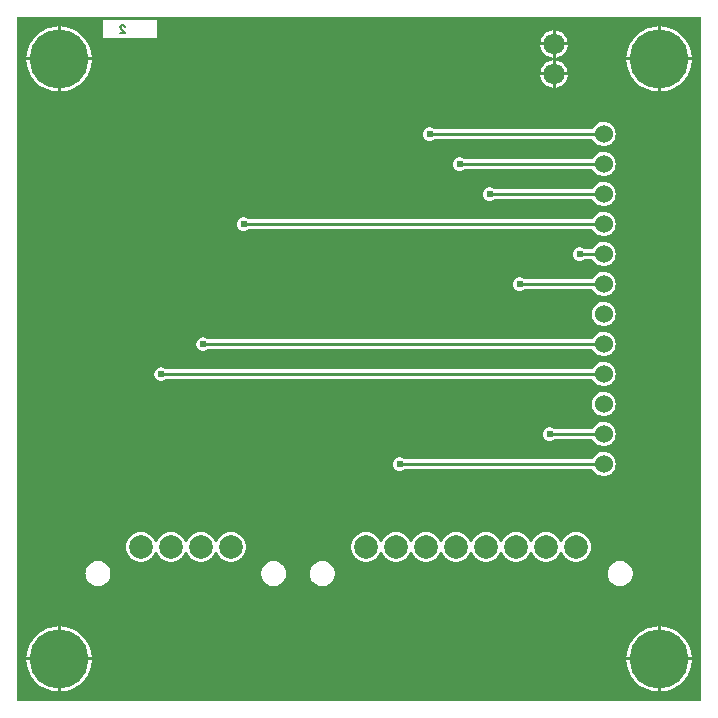
<source format=gbl>
G04 Layer: BottomLayer*
G04 Panelize: , Column: 2, Row: 2, Board Size: 58.42mm x 58.42mm, Panelized Board Size: 118.84mm x 118.84mm*
G04 EasyEDA v6.5.34, 2023-08-21 18:11:39*
G04 65339524c9c04168860851439bfcdcf3,5a6b42c53f6a479593ecc07194224c93,10*
G04 Gerber Generator version 0.2*
G04 Scale: 100 percent, Rotated: No, Reflected: No *
G04 Dimensions in millimeters *
G04 leading zeros omitted , absolute positions ,4 integer and 5 decimal *
%FSLAX45Y45*%
%MOMM*%

%ADD10C,0.1524*%
%ADD11C,0.2540*%
%ADD12C,5.0000*%
%ADD13C,2.0000*%
%ADD14C,1.8000*%
%ADD15C,1.5240*%
%ADD16C,0.6096*%
%ADD17C,0.0139*%

%LPD*%
G36*
X5805932Y25908D02*
G01*
X36068Y26416D01*
X32156Y27178D01*
X28905Y29413D01*
X26670Y32664D01*
X25908Y36576D01*
X25908Y5805932D01*
X26670Y5809843D01*
X28905Y5813094D01*
X32156Y5815330D01*
X36068Y5816092D01*
X739140Y5816092D01*
X743051Y5815330D01*
X746302Y5813094D01*
X748538Y5809843D01*
X749300Y5805932D01*
X750062Y5809843D01*
X752297Y5813094D01*
X755548Y5815330D01*
X759460Y5816092D01*
X5805932Y5816092D01*
X5809843Y5815330D01*
X5813094Y5813094D01*
X5815330Y5809843D01*
X5816092Y5805932D01*
X5816092Y36068D01*
X5815330Y32207D01*
X5813094Y28905D01*
X5809843Y26670D01*
G37*

%LPC*%
G36*
X4987696Y2691993D02*
G01*
X5001310Y2692450D01*
X5014772Y2694686D01*
X5027777Y2698750D01*
X5040172Y2704490D01*
X5051653Y2711805D01*
X5062067Y2720644D01*
X5071211Y2730754D01*
X5078933Y2741980D01*
X5085080Y2754172D01*
X5089550Y2767025D01*
X5092293Y2780385D01*
X5093208Y2794000D01*
X5092293Y2807614D01*
X5089550Y2820974D01*
X5085080Y2833878D01*
X5078933Y2846019D01*
X5071211Y2857296D01*
X5062067Y2867406D01*
X5051653Y2876194D01*
X5040172Y2883509D01*
X5027777Y2889250D01*
X5014772Y2893314D01*
X5001310Y2895600D01*
X4987696Y2896057D01*
X4974132Y2894685D01*
X4960874Y2891485D01*
X4948123Y2886608D01*
X4936185Y2880055D01*
X4925212Y2871978D01*
X4915408Y2862478D01*
X4906924Y2851759D01*
X4897221Y2835554D01*
X4893970Y2833370D01*
X4890109Y2832608D01*
X1289608Y2832608D01*
X1285697Y2833370D01*
X1282395Y2835605D01*
X1280820Y2837180D01*
X1272794Y2842818D01*
X1263853Y2846933D01*
X1254404Y2849473D01*
X1244600Y2850337D01*
X1234795Y2849473D01*
X1225346Y2846933D01*
X1216406Y2842818D01*
X1208379Y2837180D01*
X1201420Y2830220D01*
X1195781Y2822194D01*
X1191666Y2813253D01*
X1189126Y2803804D01*
X1188262Y2794000D01*
X1189126Y2784195D01*
X1191666Y2774746D01*
X1195781Y2765806D01*
X1201420Y2757779D01*
X1208379Y2750820D01*
X1216406Y2745181D01*
X1225346Y2741066D01*
X1234795Y2738526D01*
X1244600Y2737662D01*
X1254404Y2738526D01*
X1263853Y2741066D01*
X1272794Y2745181D01*
X1280820Y2750820D01*
X1282395Y2752394D01*
X1285697Y2754630D01*
X1289608Y2755392D01*
X4890109Y2755392D01*
X4893970Y2754630D01*
X4897272Y2752445D01*
X4906924Y2736240D01*
X4915408Y2725521D01*
X4925212Y2716022D01*
X4936185Y2707944D01*
X4948123Y2701391D01*
X4960874Y2696514D01*
X4974132Y2693365D01*
G37*
G36*
X393700Y105562D02*
G01*
X398322Y105664D01*
X421284Y108051D01*
X443992Y112369D01*
X466242Y118618D01*
X487934Y126644D01*
X508812Y136499D01*
X528828Y148031D01*
X547827Y161239D01*
X565607Y175971D01*
X582117Y192125D01*
X597204Y209600D01*
X610819Y228295D01*
X622757Y248107D01*
X633018Y268782D01*
X641553Y290271D01*
X648208Y312369D01*
X653034Y334975D01*
X655929Y357936D01*
X656336Y368300D01*
X393700Y368300D01*
G37*
G36*
X5448300Y105613D02*
G01*
X5448300Y368300D01*
X5185410Y368300D01*
X5187289Y346405D01*
X5191150Y323646D01*
X5196890Y301244D01*
X5204460Y279450D01*
X5213858Y258317D01*
X5224983Y238099D01*
X5237784Y218846D01*
X5252161Y200710D01*
X5267960Y183896D01*
X5285130Y168402D01*
X5303520Y154432D01*
X5323027Y142087D01*
X5343499Y131368D01*
X5364835Y122428D01*
X5386781Y115265D01*
X5409285Y109982D01*
X5432145Y106629D01*
G37*
G36*
X368300Y105613D02*
G01*
X368300Y368300D01*
X105410Y368300D01*
X107289Y346405D01*
X111150Y323646D01*
X116890Y301244D01*
X124460Y279450D01*
X133858Y258317D01*
X144983Y238099D01*
X157784Y218846D01*
X172161Y200710D01*
X187960Y183896D01*
X205130Y168402D01*
X223520Y154432D01*
X243027Y142087D01*
X263499Y131368D01*
X284835Y122428D01*
X306781Y115265D01*
X329285Y109982D01*
X352145Y106629D01*
G37*
G36*
X393700Y393700D02*
G01*
X656336Y393700D01*
X655929Y404063D01*
X653034Y427024D01*
X648208Y449630D01*
X641553Y471728D01*
X633018Y493217D01*
X622757Y513892D01*
X610819Y533704D01*
X597204Y552348D01*
X582117Y569874D01*
X565607Y586028D01*
X547827Y600760D01*
X528828Y613968D01*
X508812Y625500D01*
X487934Y635355D01*
X466242Y643382D01*
X443992Y649630D01*
X421284Y653948D01*
X398322Y656336D01*
X393700Y656437D01*
G37*
G36*
X5473700Y393700D02*
G01*
X5736336Y393700D01*
X5735929Y404063D01*
X5733034Y427024D01*
X5728208Y449630D01*
X5721553Y471728D01*
X5713018Y493217D01*
X5702757Y513892D01*
X5690819Y533704D01*
X5677204Y552348D01*
X5662117Y569874D01*
X5645607Y586028D01*
X5627827Y600760D01*
X5608828Y613968D01*
X5588812Y625500D01*
X5567934Y635355D01*
X5546242Y643382D01*
X5523992Y649630D01*
X5501284Y653948D01*
X5478322Y656336D01*
X5473700Y656437D01*
G37*
G36*
X5185410Y393700D02*
G01*
X5448300Y393700D01*
X5448300Y656386D01*
X5432145Y655370D01*
X5409285Y652018D01*
X5386781Y646734D01*
X5364835Y639572D01*
X5343499Y630631D01*
X5323027Y619912D01*
X5303520Y607568D01*
X5285130Y593598D01*
X5267960Y578104D01*
X5252161Y561289D01*
X5237784Y543153D01*
X5224983Y523900D01*
X5213858Y503682D01*
X5204460Y482549D01*
X5196890Y460756D01*
X5191150Y438353D01*
X5187289Y415594D01*
G37*
G36*
X105410Y393700D02*
G01*
X368300Y393700D01*
X368300Y656386D01*
X352145Y655370D01*
X329285Y652018D01*
X306781Y646734D01*
X284835Y639572D01*
X263499Y630631D01*
X243027Y619912D01*
X223520Y607568D01*
X205130Y593598D01*
X187960Y578104D01*
X172161Y561289D01*
X157784Y543153D01*
X144983Y523900D01*
X133858Y503682D01*
X124460Y482549D01*
X116890Y460756D01*
X111150Y438353D01*
X107289Y415594D01*
G37*
G36*
X710488Y999032D02*
G01*
X724306Y999896D01*
X737870Y1002639D01*
X751027Y1007059D01*
X763422Y1013206D01*
X774954Y1020876D01*
X785368Y1030020D01*
X794512Y1040434D01*
X802182Y1051966D01*
X808329Y1064361D01*
X812749Y1077518D01*
X815492Y1091082D01*
X816356Y1104900D01*
X815492Y1118717D01*
X812749Y1132281D01*
X808329Y1145438D01*
X802182Y1157833D01*
X794512Y1169365D01*
X785368Y1179779D01*
X774954Y1188923D01*
X763422Y1196594D01*
X751027Y1202740D01*
X737870Y1207160D01*
X724306Y1209903D01*
X710488Y1210767D01*
X696671Y1209903D01*
X683107Y1207160D01*
X669950Y1202740D01*
X657555Y1196594D01*
X646023Y1188923D01*
X635609Y1179779D01*
X626465Y1169365D01*
X618794Y1157833D01*
X612648Y1145438D01*
X608228Y1132281D01*
X605485Y1118717D01*
X604621Y1104900D01*
X605485Y1091082D01*
X608228Y1077518D01*
X612648Y1064361D01*
X618794Y1051966D01*
X626465Y1040434D01*
X635609Y1030020D01*
X646023Y1020876D01*
X657555Y1013206D01*
X669950Y1007059D01*
X683107Y1002639D01*
X696671Y999896D01*
G37*
G36*
X2610104Y999032D02*
G01*
X2623921Y999896D01*
X2637485Y1002639D01*
X2650642Y1007059D01*
X2663037Y1013206D01*
X2674569Y1020876D01*
X2684983Y1030020D01*
X2694127Y1040434D01*
X2701798Y1051966D01*
X2707944Y1064361D01*
X2712364Y1077518D01*
X2715107Y1091082D01*
X2715971Y1104900D01*
X2715107Y1118717D01*
X2712364Y1132281D01*
X2707944Y1145438D01*
X2701798Y1157833D01*
X2694127Y1169365D01*
X2684983Y1179779D01*
X2674569Y1188923D01*
X2663037Y1196594D01*
X2650642Y1202740D01*
X2637485Y1207160D01*
X2623921Y1209903D01*
X2610104Y1210767D01*
X2596286Y1209903D01*
X2582722Y1207160D01*
X2569565Y1202740D01*
X2557170Y1196594D01*
X2545638Y1188923D01*
X2535224Y1179779D01*
X2526080Y1169365D01*
X2518410Y1157833D01*
X2512263Y1145438D01*
X2507843Y1132281D01*
X2505100Y1118717D01*
X2504236Y1104900D01*
X2505100Y1091082D01*
X2507843Y1077518D01*
X2512263Y1064361D01*
X2518410Y1051966D01*
X2526080Y1040434D01*
X2535224Y1030020D01*
X2545638Y1020876D01*
X2557170Y1013206D01*
X2569565Y1007059D01*
X2582722Y1002639D01*
X2596286Y999896D01*
G37*
G36*
X2197709Y999032D02*
G01*
X2211527Y999896D01*
X2225090Y1002639D01*
X2238197Y1007059D01*
X2250643Y1013206D01*
X2262124Y1020876D01*
X2272538Y1030020D01*
X2281682Y1040434D01*
X2289403Y1051966D01*
X2295499Y1064361D01*
X2299970Y1077518D01*
X2302662Y1091082D01*
X2303576Y1104900D01*
X2302662Y1118717D01*
X2299970Y1132281D01*
X2295499Y1145438D01*
X2289403Y1157833D01*
X2281682Y1169365D01*
X2272538Y1179779D01*
X2262124Y1188923D01*
X2250643Y1196594D01*
X2238197Y1202740D01*
X2225090Y1207160D01*
X2211527Y1209903D01*
X2197709Y1210767D01*
X2183841Y1209903D01*
X2170277Y1207160D01*
X2157171Y1202740D01*
X2144725Y1196594D01*
X2133244Y1188923D01*
X2122830Y1179779D01*
X2113686Y1169365D01*
X2105964Y1157833D01*
X2099868Y1145438D01*
X2095398Y1132281D01*
X2092706Y1118717D01*
X2091791Y1104900D01*
X2092706Y1091082D01*
X2095398Y1077518D01*
X2099868Y1064361D01*
X2105964Y1051966D01*
X2113686Y1040434D01*
X2122830Y1030020D01*
X2133244Y1020876D01*
X2144725Y1013206D01*
X2157171Y1007059D01*
X2170277Y1002639D01*
X2183841Y999896D01*
G37*
G36*
X5131308Y999032D02*
G01*
X5145125Y999896D01*
X5158689Y1002639D01*
X5171795Y1007059D01*
X5184241Y1013206D01*
X5195722Y1020876D01*
X5206136Y1030020D01*
X5215280Y1040434D01*
X5223002Y1051966D01*
X5229098Y1064361D01*
X5233568Y1077518D01*
X5236260Y1091082D01*
X5237175Y1104900D01*
X5236260Y1118717D01*
X5233568Y1132281D01*
X5229098Y1145438D01*
X5223002Y1157833D01*
X5215280Y1169365D01*
X5206136Y1179779D01*
X5195722Y1188923D01*
X5184241Y1196594D01*
X5171795Y1202740D01*
X5158689Y1207160D01*
X5145125Y1209903D01*
X5131308Y1210767D01*
X5117439Y1209903D01*
X5103876Y1207160D01*
X5090769Y1202740D01*
X5078323Y1196594D01*
X5066842Y1188923D01*
X5056428Y1179779D01*
X5047284Y1169365D01*
X5039563Y1157833D01*
X5033467Y1145438D01*
X5028996Y1132281D01*
X5026304Y1118717D01*
X5025390Y1104900D01*
X5026304Y1091082D01*
X5028996Y1077518D01*
X5033467Y1064361D01*
X5039563Y1051966D01*
X5047284Y1040434D01*
X5056428Y1030020D01*
X5066842Y1020876D01*
X5078323Y1013206D01*
X5090769Y1007059D01*
X5103876Y1002639D01*
X5117439Y999896D01*
G37*
G36*
X1073099Y1204010D02*
G01*
X1088237Y1204925D01*
X1103223Y1207668D01*
X1117701Y1212189D01*
X1131570Y1218438D01*
X1144574Y1226312D01*
X1156563Y1235659D01*
X1167333Y1246428D01*
X1176680Y1258417D01*
X1184554Y1271422D01*
X1190802Y1285341D01*
X1193038Y1288491D01*
X1196289Y1290574D01*
X1200099Y1291336D01*
X1203858Y1290574D01*
X1207109Y1288491D01*
X1209344Y1285341D01*
X1215593Y1271422D01*
X1223467Y1258417D01*
X1232865Y1246428D01*
X1243584Y1235659D01*
X1255572Y1226312D01*
X1268577Y1218438D01*
X1282446Y1212189D01*
X1296974Y1207668D01*
X1311910Y1204925D01*
X1327099Y1204010D01*
X1342237Y1204925D01*
X1357223Y1207668D01*
X1371701Y1212189D01*
X1385570Y1218438D01*
X1398574Y1226312D01*
X1410563Y1235659D01*
X1421333Y1246428D01*
X1430680Y1258417D01*
X1438554Y1271422D01*
X1444802Y1285341D01*
X1447038Y1288491D01*
X1450289Y1290574D01*
X1454099Y1291336D01*
X1457858Y1290574D01*
X1461109Y1288491D01*
X1463344Y1285341D01*
X1469593Y1271422D01*
X1477467Y1258417D01*
X1486865Y1246428D01*
X1497584Y1235659D01*
X1509572Y1226312D01*
X1522577Y1218438D01*
X1536446Y1212189D01*
X1550974Y1207668D01*
X1565910Y1204925D01*
X1581099Y1204010D01*
X1596237Y1204925D01*
X1611223Y1207668D01*
X1625701Y1212189D01*
X1639570Y1218438D01*
X1652574Y1226312D01*
X1664563Y1235659D01*
X1675333Y1246428D01*
X1684680Y1258417D01*
X1692554Y1271422D01*
X1698802Y1285341D01*
X1701038Y1288491D01*
X1704289Y1290574D01*
X1708099Y1291336D01*
X1711858Y1290574D01*
X1715109Y1288491D01*
X1717344Y1285341D01*
X1723593Y1271422D01*
X1731467Y1258417D01*
X1740865Y1246428D01*
X1751584Y1235659D01*
X1763572Y1226312D01*
X1776577Y1218438D01*
X1790446Y1212189D01*
X1804974Y1207668D01*
X1819910Y1204925D01*
X1835099Y1204010D01*
X1850237Y1204925D01*
X1865223Y1207668D01*
X1879701Y1212189D01*
X1893570Y1218438D01*
X1906574Y1226312D01*
X1918563Y1235659D01*
X1929333Y1246428D01*
X1938680Y1258417D01*
X1946554Y1271422D01*
X1952802Y1285290D01*
X1957324Y1299768D01*
X1960067Y1314754D01*
X1960981Y1329893D01*
X1960067Y1345082D01*
X1957324Y1360017D01*
X1952802Y1374546D01*
X1946554Y1388414D01*
X1938680Y1401419D01*
X1929333Y1413408D01*
X1918563Y1424127D01*
X1906574Y1433525D01*
X1893570Y1441399D01*
X1879701Y1447596D01*
X1865223Y1452118D01*
X1850237Y1454861D01*
X1835099Y1455775D01*
X1819910Y1454861D01*
X1804974Y1452118D01*
X1790446Y1447596D01*
X1776577Y1441399D01*
X1763572Y1433525D01*
X1751584Y1424127D01*
X1740865Y1413408D01*
X1731467Y1401419D01*
X1723593Y1388414D01*
X1717344Y1374495D01*
X1715109Y1371346D01*
X1711858Y1369212D01*
X1708099Y1368501D01*
X1704289Y1369212D01*
X1701038Y1371346D01*
X1698802Y1374495D01*
X1692554Y1388414D01*
X1684680Y1401419D01*
X1675333Y1413408D01*
X1664563Y1424127D01*
X1652574Y1433525D01*
X1639570Y1441399D01*
X1625701Y1447596D01*
X1611223Y1452118D01*
X1596237Y1454861D01*
X1581099Y1455775D01*
X1565910Y1454861D01*
X1550974Y1452118D01*
X1536446Y1447596D01*
X1522577Y1441399D01*
X1509572Y1433525D01*
X1497584Y1424127D01*
X1486865Y1413408D01*
X1477467Y1401419D01*
X1469593Y1388414D01*
X1463344Y1374495D01*
X1461109Y1371346D01*
X1457858Y1369212D01*
X1454099Y1368501D01*
X1450289Y1369212D01*
X1447038Y1371346D01*
X1444802Y1374495D01*
X1438554Y1388414D01*
X1430680Y1401419D01*
X1421333Y1413408D01*
X1410563Y1424127D01*
X1398574Y1433525D01*
X1385570Y1441399D01*
X1371701Y1447596D01*
X1357223Y1452118D01*
X1342237Y1454861D01*
X1327099Y1455775D01*
X1311910Y1454861D01*
X1296974Y1452118D01*
X1282446Y1447596D01*
X1268577Y1441399D01*
X1255572Y1433525D01*
X1243584Y1424127D01*
X1232865Y1413408D01*
X1223467Y1401419D01*
X1215593Y1388414D01*
X1209344Y1374495D01*
X1207109Y1371346D01*
X1203858Y1369212D01*
X1200099Y1368501D01*
X1196289Y1369212D01*
X1193038Y1371346D01*
X1190802Y1374495D01*
X1184554Y1388414D01*
X1176680Y1401419D01*
X1167333Y1413408D01*
X1156563Y1424127D01*
X1144574Y1433525D01*
X1131570Y1441399D01*
X1117701Y1447596D01*
X1103223Y1452118D01*
X1088237Y1454861D01*
X1073099Y1455775D01*
X1057910Y1454861D01*
X1042974Y1452118D01*
X1028446Y1447596D01*
X1014577Y1441399D01*
X1001572Y1433525D01*
X989584Y1424127D01*
X978865Y1413408D01*
X969467Y1401419D01*
X961593Y1388414D01*
X955395Y1374546D01*
X950874Y1360017D01*
X948131Y1345082D01*
X947216Y1329893D01*
X948131Y1314754D01*
X950874Y1299768D01*
X955395Y1285290D01*
X961593Y1271422D01*
X969467Y1258417D01*
X978865Y1246428D01*
X989584Y1235659D01*
X1001572Y1226312D01*
X1014577Y1218438D01*
X1028446Y1212189D01*
X1042974Y1207668D01*
X1057910Y1204925D01*
G37*
G36*
X750316Y5638800D02*
G01*
X1205484Y5638800D01*
X1206500Y5639816D01*
X1206500Y5790184D01*
X1205484Y5791200D01*
X759460Y5791200D01*
X755548Y5791962D01*
X752297Y5794197D01*
X750062Y5797448D01*
X749300Y5801360D01*
X749300Y5639816D01*
G37*
G36*
X4456887Y5600700D02*
G01*
X4559300Y5600700D01*
X4559300Y5702960D01*
X4550308Y5701842D01*
X4536186Y5698236D01*
X4522673Y5692851D01*
X4509922Y5685840D01*
X4498136Y5677306D01*
X4487519Y5667349D01*
X4478223Y5656122D01*
X4470450Y5643829D01*
X4464253Y5630672D01*
X4459732Y5616803D01*
X4457039Y5602528D01*
G37*
G36*
X4584700Y5600700D02*
G01*
X4687112Y5600700D01*
X4686960Y5602528D01*
X4684268Y5616803D01*
X4679746Y5630672D01*
X4673549Y5643829D01*
X4665776Y5656122D01*
X4656480Y5667349D01*
X4645863Y5677306D01*
X4634077Y5685840D01*
X4621326Y5692851D01*
X4607814Y5698236D01*
X4593691Y5701842D01*
X4584700Y5702960D01*
G37*
G36*
X2981706Y1204010D02*
G01*
X2996895Y1204925D01*
X3011830Y1207668D01*
X3026359Y1212189D01*
X3040227Y1218438D01*
X3053232Y1226312D01*
X3065170Y1235659D01*
X3075940Y1246428D01*
X3085287Y1258366D01*
X3093161Y1271371D01*
X3099460Y1285290D01*
X3101644Y1288491D01*
X3104896Y1290574D01*
X3108706Y1291285D01*
X3112516Y1290574D01*
X3115767Y1288491D01*
X3117951Y1285290D01*
X3124250Y1271371D01*
X3132124Y1258366D01*
X3141472Y1246428D01*
X3152241Y1235659D01*
X3164179Y1226312D01*
X3177184Y1218438D01*
X3191052Y1212189D01*
X3205581Y1207668D01*
X3220516Y1204925D01*
X3235706Y1204010D01*
X3250895Y1204925D01*
X3265830Y1207668D01*
X3280359Y1212189D01*
X3294227Y1218438D01*
X3307232Y1226312D01*
X3319170Y1235659D01*
X3329940Y1246428D01*
X3339287Y1258366D01*
X3347161Y1271371D01*
X3353460Y1285290D01*
X3355644Y1288491D01*
X3358896Y1290574D01*
X3362706Y1291285D01*
X3366515Y1290574D01*
X3369767Y1288491D01*
X3371951Y1285290D01*
X3378250Y1271371D01*
X3386124Y1258366D01*
X3395472Y1246428D01*
X3406241Y1235659D01*
X3418179Y1226312D01*
X3431184Y1218438D01*
X3445052Y1212189D01*
X3459581Y1207668D01*
X3474516Y1204925D01*
X3489706Y1204010D01*
X3504895Y1204925D01*
X3519830Y1207668D01*
X3534359Y1212189D01*
X3548227Y1218438D01*
X3561232Y1226312D01*
X3573170Y1235659D01*
X3583940Y1246428D01*
X3593287Y1258366D01*
X3601161Y1271371D01*
X3607460Y1285290D01*
X3609644Y1288491D01*
X3612896Y1290574D01*
X3616706Y1291285D01*
X3620515Y1290574D01*
X3623767Y1288491D01*
X3625951Y1285290D01*
X3632250Y1271371D01*
X3640124Y1258366D01*
X3649472Y1246428D01*
X3660241Y1235659D01*
X3672179Y1226312D01*
X3685184Y1218438D01*
X3699052Y1212189D01*
X3713581Y1207668D01*
X3728516Y1204925D01*
X3743706Y1204010D01*
X3758895Y1204925D01*
X3773830Y1207668D01*
X3788359Y1212189D01*
X3802227Y1218438D01*
X3815232Y1226312D01*
X3827170Y1235659D01*
X3837940Y1246428D01*
X3847287Y1258366D01*
X3855161Y1271371D01*
X3861460Y1285290D01*
X3863644Y1288491D01*
X3866896Y1290574D01*
X3870706Y1291285D01*
X3874515Y1290574D01*
X3877767Y1288491D01*
X3879951Y1285290D01*
X3886250Y1271371D01*
X3894124Y1258366D01*
X3903472Y1246428D01*
X3914241Y1235659D01*
X3926179Y1226312D01*
X3939184Y1218438D01*
X3953052Y1212189D01*
X3967581Y1207668D01*
X3982516Y1204925D01*
X3997706Y1204010D01*
X4012895Y1204925D01*
X4027830Y1207668D01*
X4042359Y1212189D01*
X4056227Y1218438D01*
X4069232Y1226312D01*
X4081170Y1235659D01*
X4091940Y1246428D01*
X4101287Y1258366D01*
X4109161Y1271371D01*
X4115460Y1285290D01*
X4117644Y1288491D01*
X4120896Y1290574D01*
X4124706Y1291285D01*
X4128515Y1290574D01*
X4131767Y1288491D01*
X4133951Y1285290D01*
X4140250Y1271371D01*
X4148124Y1258366D01*
X4157472Y1246428D01*
X4168241Y1235659D01*
X4180179Y1226312D01*
X4193184Y1218438D01*
X4207052Y1212189D01*
X4221581Y1207668D01*
X4236516Y1204925D01*
X4251706Y1204010D01*
X4266895Y1204925D01*
X4281830Y1207668D01*
X4296359Y1212189D01*
X4310227Y1218438D01*
X4323232Y1226312D01*
X4335170Y1235659D01*
X4345940Y1246428D01*
X4355287Y1258366D01*
X4363161Y1271371D01*
X4369460Y1285290D01*
X4371644Y1288491D01*
X4374896Y1290574D01*
X4378706Y1291285D01*
X4382516Y1290574D01*
X4385767Y1288491D01*
X4387951Y1285290D01*
X4394250Y1271371D01*
X4402124Y1258366D01*
X4411472Y1246428D01*
X4422241Y1235659D01*
X4434179Y1226312D01*
X4447184Y1218438D01*
X4461052Y1212189D01*
X4475581Y1207668D01*
X4490516Y1204925D01*
X4505706Y1204010D01*
X4520895Y1204925D01*
X4535830Y1207668D01*
X4550359Y1212189D01*
X4564227Y1218438D01*
X4577232Y1226312D01*
X4589170Y1235659D01*
X4599940Y1246428D01*
X4609287Y1258366D01*
X4617161Y1271371D01*
X4623460Y1285290D01*
X4625644Y1288491D01*
X4628896Y1290574D01*
X4632706Y1291285D01*
X4636516Y1290574D01*
X4639767Y1288491D01*
X4641951Y1285290D01*
X4648250Y1271371D01*
X4656124Y1258366D01*
X4665472Y1246428D01*
X4676241Y1235659D01*
X4688179Y1226312D01*
X4701184Y1218438D01*
X4715052Y1212189D01*
X4729581Y1207668D01*
X4744516Y1204925D01*
X4759706Y1204010D01*
X4774895Y1204925D01*
X4789830Y1207668D01*
X4804359Y1212189D01*
X4818227Y1218438D01*
X4831232Y1226312D01*
X4843170Y1235659D01*
X4853940Y1246428D01*
X4863287Y1258366D01*
X4871161Y1271371D01*
X4877409Y1285240D01*
X4881930Y1299768D01*
X4884674Y1314704D01*
X4885588Y1329893D01*
X4884674Y1345082D01*
X4881930Y1360017D01*
X4877409Y1374546D01*
X4871161Y1388414D01*
X4863287Y1401419D01*
X4853940Y1413357D01*
X4843170Y1424127D01*
X4831232Y1433474D01*
X4818227Y1441348D01*
X4804359Y1447596D01*
X4789830Y1452118D01*
X4774895Y1454861D01*
X4759706Y1455775D01*
X4744516Y1454861D01*
X4729581Y1452118D01*
X4715052Y1447596D01*
X4701184Y1441348D01*
X4688179Y1433474D01*
X4676241Y1424127D01*
X4665472Y1413357D01*
X4656124Y1401419D01*
X4648250Y1388414D01*
X4641951Y1374495D01*
X4639767Y1371295D01*
X4636516Y1369212D01*
X4632706Y1368501D01*
X4628896Y1369212D01*
X4625644Y1371295D01*
X4623460Y1374495D01*
X4617161Y1388414D01*
X4609287Y1401419D01*
X4599940Y1413357D01*
X4589170Y1424127D01*
X4577232Y1433474D01*
X4564227Y1441348D01*
X4550359Y1447596D01*
X4535830Y1452118D01*
X4520895Y1454861D01*
X4505706Y1455775D01*
X4490516Y1454861D01*
X4475581Y1452118D01*
X4461052Y1447596D01*
X4447184Y1441348D01*
X4434179Y1433474D01*
X4422241Y1424127D01*
X4411472Y1413357D01*
X4402124Y1401419D01*
X4394250Y1388414D01*
X4387951Y1374495D01*
X4385767Y1371295D01*
X4382516Y1369212D01*
X4378706Y1368501D01*
X4374896Y1369212D01*
X4371644Y1371295D01*
X4369460Y1374495D01*
X4363161Y1388414D01*
X4355287Y1401419D01*
X4345940Y1413357D01*
X4335170Y1424127D01*
X4323232Y1433474D01*
X4310227Y1441348D01*
X4296359Y1447596D01*
X4281830Y1452118D01*
X4266895Y1454861D01*
X4251706Y1455775D01*
X4236516Y1454861D01*
X4221581Y1452118D01*
X4207052Y1447596D01*
X4193184Y1441348D01*
X4180179Y1433474D01*
X4168241Y1424127D01*
X4157472Y1413357D01*
X4148124Y1401419D01*
X4140250Y1388414D01*
X4133951Y1374495D01*
X4131767Y1371295D01*
X4128515Y1369212D01*
X4124706Y1368501D01*
X4120896Y1369212D01*
X4117644Y1371295D01*
X4115460Y1374495D01*
X4109161Y1388414D01*
X4101287Y1401419D01*
X4091940Y1413357D01*
X4081170Y1424127D01*
X4069232Y1433474D01*
X4056227Y1441348D01*
X4042359Y1447596D01*
X4027830Y1452118D01*
X4012895Y1454861D01*
X3997706Y1455775D01*
X3982516Y1454861D01*
X3967581Y1452118D01*
X3953052Y1447596D01*
X3939184Y1441348D01*
X3926179Y1433474D01*
X3914241Y1424127D01*
X3903472Y1413357D01*
X3894124Y1401419D01*
X3886250Y1388414D01*
X3879951Y1374495D01*
X3877767Y1371295D01*
X3874515Y1369212D01*
X3870706Y1368501D01*
X3866896Y1369212D01*
X3863644Y1371295D01*
X3861460Y1374495D01*
X3855161Y1388414D01*
X3847287Y1401419D01*
X3837940Y1413357D01*
X3827170Y1424127D01*
X3815232Y1433474D01*
X3802227Y1441348D01*
X3788359Y1447596D01*
X3773830Y1452118D01*
X3758895Y1454861D01*
X3743706Y1455775D01*
X3728516Y1454861D01*
X3713581Y1452118D01*
X3699052Y1447596D01*
X3685184Y1441348D01*
X3672179Y1433474D01*
X3660241Y1424127D01*
X3649472Y1413357D01*
X3640124Y1401419D01*
X3632250Y1388414D01*
X3625951Y1374495D01*
X3623767Y1371295D01*
X3620515Y1369212D01*
X3616706Y1368501D01*
X3612896Y1369212D01*
X3609644Y1371295D01*
X3607460Y1374495D01*
X3601161Y1388414D01*
X3593287Y1401419D01*
X3583940Y1413357D01*
X3573170Y1424127D01*
X3561232Y1433474D01*
X3548227Y1441348D01*
X3534359Y1447596D01*
X3519830Y1452118D01*
X3504895Y1454861D01*
X3489706Y1455775D01*
X3474516Y1454861D01*
X3459581Y1452118D01*
X3445052Y1447596D01*
X3431184Y1441348D01*
X3418179Y1433474D01*
X3406241Y1424127D01*
X3395472Y1413357D01*
X3386124Y1401419D01*
X3378250Y1388414D01*
X3371951Y1374495D01*
X3369767Y1371295D01*
X3366515Y1369212D01*
X3362706Y1368501D01*
X3358896Y1369212D01*
X3355644Y1371295D01*
X3353460Y1374495D01*
X3347161Y1388414D01*
X3339287Y1401419D01*
X3329940Y1413357D01*
X3319170Y1424127D01*
X3307232Y1433474D01*
X3294227Y1441348D01*
X3280359Y1447596D01*
X3265830Y1452118D01*
X3250895Y1454861D01*
X3235706Y1455775D01*
X3220516Y1454861D01*
X3205581Y1452118D01*
X3191052Y1447596D01*
X3177184Y1441348D01*
X3164179Y1433474D01*
X3152241Y1424127D01*
X3141472Y1413357D01*
X3132124Y1401419D01*
X3124250Y1388414D01*
X3117951Y1374495D01*
X3115767Y1371295D01*
X3112516Y1369212D01*
X3108706Y1368501D01*
X3104896Y1369212D01*
X3101644Y1371295D01*
X3099460Y1374495D01*
X3093161Y1388414D01*
X3085287Y1401419D01*
X3075940Y1413357D01*
X3065170Y1424127D01*
X3053232Y1433474D01*
X3040227Y1441348D01*
X3026359Y1447596D01*
X3011830Y1452118D01*
X2996895Y1454861D01*
X2981706Y1455775D01*
X2966516Y1454861D01*
X2951581Y1452118D01*
X2937052Y1447596D01*
X2923184Y1441348D01*
X2910179Y1433474D01*
X2898241Y1424127D01*
X2887472Y1413357D01*
X2878124Y1401419D01*
X2870250Y1388414D01*
X2864002Y1374546D01*
X2859481Y1360017D01*
X2856738Y1345082D01*
X2855823Y1329893D01*
X2856738Y1314704D01*
X2859481Y1299768D01*
X2864002Y1285240D01*
X2870250Y1271371D01*
X2878124Y1258366D01*
X2887472Y1246428D01*
X2898241Y1235659D01*
X2910179Y1226312D01*
X2923184Y1218438D01*
X2937052Y1212189D01*
X2951581Y1207668D01*
X2966516Y1204925D01*
G37*
G36*
X105410Y5473700D02*
G01*
X368300Y5473700D01*
X368300Y5736386D01*
X352145Y5735370D01*
X329285Y5732018D01*
X306781Y5726734D01*
X284835Y5719572D01*
X263499Y5710631D01*
X243027Y5699912D01*
X223520Y5687568D01*
X205130Y5673598D01*
X187960Y5658104D01*
X172161Y5641289D01*
X157784Y5623153D01*
X144983Y5603900D01*
X133858Y5583682D01*
X124460Y5562549D01*
X116890Y5540756D01*
X111150Y5518353D01*
X107289Y5495594D01*
G37*
G36*
X5185410Y5473700D02*
G01*
X5448300Y5473700D01*
X5448300Y5736386D01*
X5432145Y5735370D01*
X5409285Y5732018D01*
X5386781Y5726734D01*
X5364835Y5719572D01*
X5343499Y5710631D01*
X5323027Y5699912D01*
X5303520Y5687568D01*
X5285130Y5673598D01*
X5267960Y5658104D01*
X5252161Y5641289D01*
X5237784Y5623153D01*
X5224983Y5603900D01*
X5213858Y5583682D01*
X5204460Y5562549D01*
X5196890Y5540756D01*
X5191150Y5518353D01*
X5187289Y5495594D01*
G37*
G36*
X5473700Y5473700D02*
G01*
X5736336Y5473700D01*
X5735929Y5484063D01*
X5733034Y5507024D01*
X5728208Y5529630D01*
X5721553Y5551728D01*
X5713018Y5573217D01*
X5702757Y5593892D01*
X5690819Y5613704D01*
X5677204Y5632348D01*
X5662117Y5649874D01*
X5645607Y5666028D01*
X5627827Y5680760D01*
X5608828Y5693968D01*
X5588812Y5705500D01*
X5567934Y5715355D01*
X5546242Y5723382D01*
X5523992Y5729630D01*
X5501284Y5733948D01*
X5478322Y5736336D01*
X5473700Y5736437D01*
G37*
G36*
X393700Y5473700D02*
G01*
X656336Y5473700D01*
X655929Y5484063D01*
X653034Y5507024D01*
X648208Y5529630D01*
X641553Y5551728D01*
X633018Y5573217D01*
X622757Y5593892D01*
X610819Y5613704D01*
X597204Y5632348D01*
X582117Y5649874D01*
X565607Y5666028D01*
X547827Y5680760D01*
X528828Y5693968D01*
X508812Y5705500D01*
X487934Y5715355D01*
X466242Y5723382D01*
X443992Y5729630D01*
X421284Y5733948D01*
X398322Y5736336D01*
X393700Y5736437D01*
G37*
G36*
X4584700Y5473039D02*
G01*
X4593691Y5474157D01*
X4607814Y5477764D01*
X4621326Y5483148D01*
X4634077Y5490159D01*
X4645863Y5498693D01*
X4656480Y5508650D01*
X4665776Y5519877D01*
X4673549Y5532170D01*
X4679746Y5545328D01*
X4684268Y5559196D01*
X4686960Y5573471D01*
X4687112Y5575300D01*
X4584700Y5575300D01*
G37*
G36*
X4559300Y5473039D02*
G01*
X4559300Y5575300D01*
X4456887Y5575300D01*
X4457039Y5573471D01*
X4459732Y5559196D01*
X4464253Y5545328D01*
X4470450Y5532170D01*
X4478223Y5519877D01*
X4487519Y5508650D01*
X4498136Y5498693D01*
X4509922Y5490159D01*
X4522673Y5483148D01*
X4536186Y5477764D01*
X4550308Y5474157D01*
G37*
G36*
X4456887Y5346700D02*
G01*
X4559300Y5346700D01*
X4559300Y5448960D01*
X4550308Y5447842D01*
X4536186Y5444236D01*
X4522673Y5438851D01*
X4509922Y5431840D01*
X4498136Y5423306D01*
X4487519Y5413349D01*
X4478223Y5402122D01*
X4470450Y5389829D01*
X4464253Y5376672D01*
X4459732Y5362803D01*
X4457039Y5348528D01*
G37*
G36*
X4584700Y5346700D02*
G01*
X4687112Y5346700D01*
X4686960Y5348528D01*
X4684268Y5362803D01*
X4679746Y5376672D01*
X4673549Y5389829D01*
X4665776Y5402122D01*
X4656480Y5413349D01*
X4645863Y5423306D01*
X4634077Y5431840D01*
X4621326Y5438851D01*
X4607814Y5444236D01*
X4593691Y5447842D01*
X4584700Y5448960D01*
G37*
G36*
X4559300Y5219039D02*
G01*
X4559300Y5321300D01*
X4456887Y5321300D01*
X4457039Y5319471D01*
X4459732Y5305196D01*
X4464253Y5291328D01*
X4470450Y5278170D01*
X4478223Y5265877D01*
X4487519Y5254650D01*
X4498136Y5244693D01*
X4509922Y5236159D01*
X4522673Y5229148D01*
X4536186Y5223764D01*
X4550308Y5220157D01*
G37*
G36*
X4584700Y5219039D02*
G01*
X4593691Y5220157D01*
X4607814Y5223764D01*
X4621326Y5229148D01*
X4634077Y5236159D01*
X4645863Y5244693D01*
X4656480Y5254650D01*
X4665776Y5265877D01*
X4673549Y5278170D01*
X4679746Y5291328D01*
X4684268Y5305196D01*
X4686960Y5319471D01*
X4687112Y5321300D01*
X4584700Y5321300D01*
G37*
G36*
X368300Y5185613D02*
G01*
X368300Y5448300D01*
X105410Y5448300D01*
X107289Y5426405D01*
X111150Y5403646D01*
X116890Y5381244D01*
X124460Y5359450D01*
X133858Y5338318D01*
X144983Y5318099D01*
X157784Y5298846D01*
X172161Y5280710D01*
X187960Y5263896D01*
X205130Y5248402D01*
X223520Y5234432D01*
X243027Y5222087D01*
X263499Y5211368D01*
X284835Y5202428D01*
X306781Y5195265D01*
X329285Y5189982D01*
X352145Y5186629D01*
G37*
G36*
X5448300Y5185613D02*
G01*
X5448300Y5448300D01*
X5185410Y5448300D01*
X5187289Y5426405D01*
X5191150Y5403646D01*
X5196890Y5381244D01*
X5204460Y5359450D01*
X5213858Y5338318D01*
X5224983Y5318099D01*
X5237784Y5298846D01*
X5252161Y5280710D01*
X5267960Y5263896D01*
X5285130Y5248402D01*
X5303520Y5234432D01*
X5323027Y5222087D01*
X5343499Y5211368D01*
X5364835Y5202428D01*
X5386781Y5195265D01*
X5409285Y5189982D01*
X5432145Y5186629D01*
G37*
G36*
X393700Y5185562D02*
G01*
X398322Y5185664D01*
X421284Y5188051D01*
X443992Y5192369D01*
X466242Y5198618D01*
X487934Y5206644D01*
X508812Y5216499D01*
X528828Y5228031D01*
X547827Y5241239D01*
X565607Y5255971D01*
X582117Y5272125D01*
X597204Y5289600D01*
X610819Y5308295D01*
X622757Y5328107D01*
X633018Y5348782D01*
X641553Y5370271D01*
X648208Y5392369D01*
X653034Y5414975D01*
X655929Y5437936D01*
X656336Y5448300D01*
X393700Y5448300D01*
G37*
G36*
X5473700Y5185562D02*
G01*
X5478322Y5185664D01*
X5501284Y5188051D01*
X5523992Y5192369D01*
X5546242Y5198618D01*
X5567934Y5206644D01*
X5588812Y5216499D01*
X5608828Y5228031D01*
X5627827Y5241239D01*
X5645607Y5255971D01*
X5662117Y5272125D01*
X5677204Y5289600D01*
X5690819Y5308295D01*
X5702757Y5328107D01*
X5713018Y5348782D01*
X5721553Y5370271D01*
X5728208Y5392369D01*
X5733034Y5414975D01*
X5735929Y5437936D01*
X5736336Y5448300D01*
X5473700Y5448300D01*
G37*
G36*
X4987696Y4723993D02*
G01*
X5001310Y4724450D01*
X5014772Y4726686D01*
X5027777Y4730750D01*
X5040172Y4736490D01*
X5051653Y4743805D01*
X5062067Y4752644D01*
X5071211Y4762754D01*
X5078933Y4773980D01*
X5085080Y4786172D01*
X5089550Y4799025D01*
X5092293Y4812385D01*
X5093208Y4826000D01*
X5092293Y4839614D01*
X5089550Y4852974D01*
X5085080Y4865878D01*
X5078933Y4878019D01*
X5071211Y4889296D01*
X5062067Y4899406D01*
X5051653Y4908194D01*
X5040172Y4915509D01*
X5027777Y4921250D01*
X5014772Y4925314D01*
X5001310Y4927600D01*
X4987696Y4928057D01*
X4974132Y4926685D01*
X4960874Y4923485D01*
X4948123Y4918608D01*
X4936185Y4912055D01*
X4925212Y4903978D01*
X4915408Y4894478D01*
X4906924Y4883759D01*
X4897221Y4867554D01*
X4893970Y4865370D01*
X4890109Y4864608D01*
X3562908Y4864608D01*
X3558997Y4865370D01*
X3555695Y4867605D01*
X3554120Y4869180D01*
X3546094Y4874818D01*
X3537153Y4878933D01*
X3527704Y4881473D01*
X3517900Y4882337D01*
X3508095Y4881473D01*
X3498646Y4878933D01*
X3489706Y4874818D01*
X3481679Y4869180D01*
X3474720Y4862220D01*
X3469081Y4854194D01*
X3464966Y4845253D01*
X3462426Y4835804D01*
X3461562Y4826000D01*
X3462426Y4816195D01*
X3464966Y4806746D01*
X3469081Y4797806D01*
X3474720Y4789779D01*
X3481679Y4782820D01*
X3489706Y4777181D01*
X3498646Y4773066D01*
X3508095Y4770526D01*
X3517900Y4769662D01*
X3527704Y4770526D01*
X3537153Y4773066D01*
X3546094Y4777181D01*
X3554120Y4782820D01*
X3555695Y4784394D01*
X3558997Y4786630D01*
X3562908Y4787392D01*
X4890109Y4787392D01*
X4893970Y4786630D01*
X4897272Y4784445D01*
X4906924Y4768240D01*
X4915408Y4757521D01*
X4925212Y4748072D01*
X4936185Y4739944D01*
X4948123Y4733391D01*
X4960874Y4728514D01*
X4974132Y4725365D01*
G37*
G36*
X4987696Y4469993D02*
G01*
X5001310Y4470450D01*
X5014772Y4472686D01*
X5027777Y4476750D01*
X5040172Y4482490D01*
X5051653Y4489805D01*
X5062067Y4498644D01*
X5071211Y4508754D01*
X5078933Y4519980D01*
X5085080Y4532172D01*
X5089550Y4545025D01*
X5092293Y4558385D01*
X5093208Y4572000D01*
X5092293Y4585614D01*
X5089550Y4598974D01*
X5085080Y4611878D01*
X5078933Y4624019D01*
X5071211Y4635296D01*
X5062067Y4645406D01*
X5051653Y4654194D01*
X5040172Y4661509D01*
X5027777Y4667250D01*
X5014772Y4671314D01*
X5001310Y4673600D01*
X4987696Y4674057D01*
X4974132Y4672685D01*
X4960874Y4669485D01*
X4948123Y4664608D01*
X4936185Y4658055D01*
X4925212Y4649978D01*
X4915408Y4640478D01*
X4906924Y4629759D01*
X4897221Y4613554D01*
X4893970Y4611370D01*
X4890109Y4610608D01*
X3816908Y4610608D01*
X3812997Y4611370D01*
X3809695Y4613605D01*
X3808120Y4615180D01*
X3800094Y4620818D01*
X3791153Y4624933D01*
X3781704Y4627473D01*
X3771900Y4628337D01*
X3762095Y4627473D01*
X3752646Y4624933D01*
X3743706Y4620818D01*
X3735679Y4615180D01*
X3728720Y4608220D01*
X3723081Y4600194D01*
X3718966Y4591253D01*
X3716426Y4581804D01*
X3715562Y4572000D01*
X3716426Y4562195D01*
X3718966Y4552746D01*
X3723081Y4543806D01*
X3728720Y4535779D01*
X3735679Y4528820D01*
X3743706Y4523181D01*
X3752646Y4519066D01*
X3762095Y4516526D01*
X3771900Y4515662D01*
X3781704Y4516526D01*
X3791153Y4519066D01*
X3800094Y4523181D01*
X3808120Y4528820D01*
X3809695Y4530394D01*
X3812997Y4532630D01*
X3816908Y4533392D01*
X4890109Y4533392D01*
X4893970Y4532630D01*
X4897272Y4530445D01*
X4906924Y4514240D01*
X4915408Y4503521D01*
X4925212Y4494072D01*
X4936185Y4485944D01*
X4948123Y4479391D01*
X4960874Y4474514D01*
X4974132Y4471365D01*
G37*
G36*
X4987696Y4215993D02*
G01*
X5001310Y4216450D01*
X5014772Y4218686D01*
X5027777Y4222750D01*
X5040172Y4228490D01*
X5051653Y4235805D01*
X5062067Y4244644D01*
X5071211Y4254754D01*
X5078933Y4265980D01*
X5085080Y4278172D01*
X5089550Y4291025D01*
X5092293Y4304385D01*
X5093208Y4318000D01*
X5092293Y4331614D01*
X5089550Y4344974D01*
X5085080Y4357878D01*
X5078933Y4370019D01*
X5071211Y4381296D01*
X5062067Y4391406D01*
X5051653Y4400194D01*
X5040172Y4407509D01*
X5027777Y4413250D01*
X5014772Y4417314D01*
X5001310Y4419600D01*
X4987696Y4420057D01*
X4974132Y4418685D01*
X4960874Y4415485D01*
X4948123Y4410608D01*
X4936185Y4404055D01*
X4925212Y4395978D01*
X4915408Y4386478D01*
X4906924Y4375759D01*
X4897221Y4359554D01*
X4893970Y4357370D01*
X4890109Y4356608D01*
X4070908Y4356608D01*
X4066997Y4357370D01*
X4063695Y4359605D01*
X4062120Y4361180D01*
X4054094Y4366818D01*
X4045153Y4370933D01*
X4035704Y4373473D01*
X4025900Y4374337D01*
X4016095Y4373473D01*
X4006646Y4370933D01*
X3997706Y4366818D01*
X3989679Y4361180D01*
X3982720Y4354220D01*
X3977081Y4346194D01*
X3972966Y4337253D01*
X3970426Y4327804D01*
X3969562Y4318000D01*
X3970426Y4308195D01*
X3972966Y4298746D01*
X3977081Y4289806D01*
X3982720Y4281779D01*
X3989679Y4274820D01*
X3997706Y4269181D01*
X4006646Y4265066D01*
X4016095Y4262526D01*
X4025900Y4261662D01*
X4035704Y4262526D01*
X4045153Y4265066D01*
X4054094Y4269181D01*
X4062120Y4274820D01*
X4063695Y4276394D01*
X4066997Y4278630D01*
X4070908Y4279392D01*
X4890109Y4279392D01*
X4893970Y4278630D01*
X4897272Y4276445D01*
X4906924Y4260240D01*
X4915408Y4249521D01*
X4925212Y4240072D01*
X4936185Y4231944D01*
X4948123Y4225391D01*
X4960874Y4220514D01*
X4974132Y4217365D01*
G37*
G36*
X4987696Y1929993D02*
G01*
X5001310Y1930450D01*
X5014772Y1932686D01*
X5027777Y1936750D01*
X5040172Y1942490D01*
X5051653Y1949805D01*
X5062067Y1958644D01*
X5071211Y1968754D01*
X5078933Y1979980D01*
X5085080Y1992172D01*
X5089550Y2005025D01*
X5092293Y2018385D01*
X5093208Y2032000D01*
X5092293Y2045614D01*
X5089550Y2058974D01*
X5085080Y2071878D01*
X5078933Y2084019D01*
X5071211Y2095296D01*
X5062067Y2105406D01*
X5051653Y2114194D01*
X5040172Y2121509D01*
X5027777Y2127250D01*
X5014772Y2131314D01*
X5001310Y2133600D01*
X4987696Y2134057D01*
X4974132Y2132685D01*
X4960874Y2129485D01*
X4948123Y2124608D01*
X4936185Y2118055D01*
X4925212Y2109978D01*
X4915408Y2100478D01*
X4906924Y2089759D01*
X4897221Y2073554D01*
X4893970Y2071370D01*
X4890109Y2070607D01*
X3308908Y2070607D01*
X3304997Y2071370D01*
X3301695Y2073605D01*
X3300120Y2075180D01*
X3292094Y2080818D01*
X3283153Y2084933D01*
X3273704Y2087473D01*
X3263900Y2088337D01*
X3254095Y2087473D01*
X3244646Y2084933D01*
X3235706Y2080818D01*
X3227679Y2075180D01*
X3220720Y2068220D01*
X3215081Y2060193D01*
X3210966Y2051253D01*
X3208426Y2041804D01*
X3207562Y2032000D01*
X3208426Y2022195D01*
X3210966Y2012746D01*
X3215081Y2003806D01*
X3220720Y1995779D01*
X3227679Y1988820D01*
X3235706Y1983181D01*
X3244646Y1979066D01*
X3254095Y1976526D01*
X3263900Y1975662D01*
X3273704Y1976526D01*
X3283153Y1979066D01*
X3292094Y1983181D01*
X3300120Y1988820D01*
X3301695Y1990394D01*
X3304997Y1992630D01*
X3308908Y1993392D01*
X4890109Y1993392D01*
X4893970Y1992630D01*
X4897272Y1990445D01*
X4906924Y1974240D01*
X4915408Y1963521D01*
X4925212Y1954022D01*
X4936185Y1945944D01*
X4948123Y1939391D01*
X4960874Y1934514D01*
X4974132Y1931365D01*
G37*
G36*
X4987696Y3961993D02*
G01*
X5001310Y3962450D01*
X5014772Y3964686D01*
X5027777Y3968750D01*
X5040172Y3974490D01*
X5051653Y3981805D01*
X5062067Y3990644D01*
X5071211Y4000754D01*
X5078933Y4011980D01*
X5085080Y4024172D01*
X5089550Y4037025D01*
X5092293Y4050385D01*
X5093208Y4064000D01*
X5092293Y4077614D01*
X5089550Y4090974D01*
X5085080Y4103878D01*
X5078933Y4116019D01*
X5071211Y4127296D01*
X5062067Y4137406D01*
X5051653Y4146194D01*
X5040172Y4153509D01*
X5027777Y4159250D01*
X5014772Y4163314D01*
X5001310Y4165600D01*
X4987696Y4166057D01*
X4974132Y4164685D01*
X4960874Y4161485D01*
X4948123Y4156608D01*
X4936185Y4150055D01*
X4925212Y4141978D01*
X4915408Y4132478D01*
X4906924Y4121759D01*
X4897221Y4105554D01*
X4893970Y4103370D01*
X4890109Y4102608D01*
X1988108Y4102608D01*
X1984197Y4103370D01*
X1980895Y4105605D01*
X1979320Y4107179D01*
X1971293Y4112818D01*
X1962353Y4116933D01*
X1952904Y4119473D01*
X1943100Y4120337D01*
X1933295Y4119473D01*
X1923846Y4116933D01*
X1914906Y4112818D01*
X1906879Y4107179D01*
X1899920Y4100220D01*
X1894281Y4092194D01*
X1890166Y4083253D01*
X1887626Y4073804D01*
X1886762Y4064000D01*
X1887626Y4054195D01*
X1890166Y4044746D01*
X1894281Y4035806D01*
X1899920Y4027779D01*
X1906879Y4020820D01*
X1914906Y4015181D01*
X1923846Y4011066D01*
X1933295Y4008526D01*
X1943100Y4007662D01*
X1952904Y4008526D01*
X1962353Y4011066D01*
X1971293Y4015181D01*
X1979320Y4020820D01*
X1980895Y4022394D01*
X1984197Y4024629D01*
X1988108Y4025392D01*
X4890109Y4025392D01*
X4893970Y4024629D01*
X4897272Y4022445D01*
X4906924Y4006240D01*
X4915408Y3995521D01*
X4925212Y3986022D01*
X4936185Y3977944D01*
X4948123Y3971391D01*
X4960874Y3966514D01*
X4974132Y3963365D01*
G37*
G36*
X4987696Y3707993D02*
G01*
X5001310Y3708450D01*
X5014772Y3710686D01*
X5027777Y3714750D01*
X5040172Y3720490D01*
X5051653Y3727805D01*
X5062067Y3736644D01*
X5071211Y3746754D01*
X5078933Y3757980D01*
X5085080Y3770172D01*
X5089550Y3783025D01*
X5092293Y3796385D01*
X5093208Y3810000D01*
X5092293Y3823614D01*
X5089550Y3836974D01*
X5085080Y3849878D01*
X5078933Y3862019D01*
X5071211Y3873296D01*
X5062067Y3883406D01*
X5051653Y3892194D01*
X5040172Y3899509D01*
X5027777Y3905250D01*
X5014772Y3909314D01*
X5001310Y3911600D01*
X4987696Y3912057D01*
X4974132Y3910685D01*
X4960874Y3907485D01*
X4948123Y3902608D01*
X4936185Y3896055D01*
X4925212Y3887978D01*
X4915408Y3878478D01*
X4906924Y3867759D01*
X4897221Y3851554D01*
X4893970Y3849370D01*
X4890109Y3848608D01*
X4832908Y3848608D01*
X4828997Y3849370D01*
X4825695Y3851605D01*
X4824120Y3853179D01*
X4816094Y3858818D01*
X4807153Y3862933D01*
X4797704Y3865473D01*
X4787900Y3866337D01*
X4778095Y3865473D01*
X4768646Y3862933D01*
X4759706Y3858818D01*
X4751679Y3853179D01*
X4744720Y3846220D01*
X4739081Y3838194D01*
X4734966Y3829253D01*
X4732426Y3819804D01*
X4731562Y3810000D01*
X4732426Y3800195D01*
X4734966Y3790746D01*
X4739081Y3781806D01*
X4744720Y3773779D01*
X4751679Y3766820D01*
X4759706Y3761181D01*
X4768646Y3757066D01*
X4778095Y3754526D01*
X4787900Y3753662D01*
X4797704Y3754526D01*
X4807153Y3757066D01*
X4816094Y3761181D01*
X4824120Y3766820D01*
X4825695Y3768394D01*
X4828997Y3770629D01*
X4832908Y3771392D01*
X4890109Y3771392D01*
X4893970Y3770629D01*
X4897272Y3768445D01*
X4906924Y3752240D01*
X4915408Y3741521D01*
X4925212Y3732072D01*
X4936185Y3723944D01*
X4948123Y3717391D01*
X4960874Y3712514D01*
X4974132Y3709365D01*
G37*
G36*
X4987696Y2183993D02*
G01*
X5001310Y2184450D01*
X5014772Y2186686D01*
X5027777Y2190750D01*
X5040172Y2196490D01*
X5051653Y2203805D01*
X5062067Y2212644D01*
X5071211Y2222754D01*
X5078933Y2233980D01*
X5085080Y2246172D01*
X5089550Y2259025D01*
X5092293Y2272385D01*
X5093208Y2286000D01*
X5092293Y2299614D01*
X5089550Y2312974D01*
X5085080Y2325878D01*
X5078933Y2338019D01*
X5071211Y2349246D01*
X5062067Y2359406D01*
X5051653Y2368194D01*
X5040172Y2375509D01*
X5027777Y2381250D01*
X5014772Y2385314D01*
X5001310Y2387600D01*
X4987696Y2388006D01*
X4974132Y2386685D01*
X4960874Y2383485D01*
X4948123Y2378608D01*
X4936185Y2372055D01*
X4925212Y2363978D01*
X4915408Y2354478D01*
X4906924Y2343759D01*
X4897272Y2327554D01*
X4893970Y2325370D01*
X4890109Y2324608D01*
X4578908Y2324608D01*
X4574997Y2325370D01*
X4571695Y2327605D01*
X4570120Y2329180D01*
X4562094Y2334818D01*
X4553153Y2338933D01*
X4543704Y2341473D01*
X4533900Y2342337D01*
X4524095Y2341473D01*
X4514646Y2338933D01*
X4505706Y2334818D01*
X4497679Y2329180D01*
X4490720Y2322220D01*
X4485081Y2314194D01*
X4480966Y2305253D01*
X4478426Y2295804D01*
X4477562Y2286000D01*
X4478426Y2276195D01*
X4480966Y2266746D01*
X4485081Y2257806D01*
X4490720Y2249779D01*
X4497679Y2242820D01*
X4505706Y2237181D01*
X4514646Y2233066D01*
X4524095Y2230526D01*
X4533900Y2229662D01*
X4543704Y2230526D01*
X4553153Y2233066D01*
X4562094Y2237181D01*
X4570120Y2242820D01*
X4571695Y2244394D01*
X4574997Y2246630D01*
X4578908Y2247392D01*
X4890109Y2247392D01*
X4893970Y2246630D01*
X4897272Y2244445D01*
X4906924Y2228240D01*
X4915408Y2217521D01*
X4925212Y2208022D01*
X4936185Y2199944D01*
X4948123Y2193391D01*
X4960874Y2188514D01*
X4974132Y2185314D01*
G37*
G36*
X4987696Y3453993D02*
G01*
X5001310Y3454450D01*
X5014772Y3456686D01*
X5027777Y3460750D01*
X5040172Y3466490D01*
X5051653Y3473805D01*
X5062067Y3482644D01*
X5071211Y3492754D01*
X5078933Y3503980D01*
X5085080Y3516172D01*
X5089550Y3529025D01*
X5092293Y3542385D01*
X5093208Y3556000D01*
X5092293Y3569614D01*
X5089550Y3582974D01*
X5085080Y3595878D01*
X5078933Y3608019D01*
X5071211Y3619296D01*
X5062067Y3629406D01*
X5051653Y3638194D01*
X5040172Y3645509D01*
X5027777Y3651250D01*
X5014772Y3655314D01*
X5001310Y3657600D01*
X4987696Y3658057D01*
X4974132Y3656685D01*
X4960874Y3653485D01*
X4948123Y3648608D01*
X4936185Y3642055D01*
X4925212Y3633978D01*
X4915408Y3624478D01*
X4906924Y3613759D01*
X4897221Y3597554D01*
X4893970Y3595370D01*
X4890109Y3594608D01*
X4324908Y3594608D01*
X4320997Y3595370D01*
X4317695Y3597605D01*
X4316120Y3599179D01*
X4308094Y3604818D01*
X4299153Y3608933D01*
X4289704Y3611473D01*
X4279900Y3612337D01*
X4270095Y3611473D01*
X4260646Y3608933D01*
X4251706Y3604818D01*
X4243679Y3599179D01*
X4236720Y3592220D01*
X4231081Y3584194D01*
X4226966Y3575253D01*
X4224426Y3565804D01*
X4223562Y3556000D01*
X4224426Y3546195D01*
X4226966Y3536746D01*
X4231081Y3527806D01*
X4236720Y3519779D01*
X4243679Y3512820D01*
X4251706Y3507181D01*
X4260646Y3503066D01*
X4270095Y3500526D01*
X4279900Y3499662D01*
X4289704Y3500526D01*
X4299153Y3503066D01*
X4308094Y3507181D01*
X4316120Y3512820D01*
X4317695Y3514394D01*
X4320997Y3516629D01*
X4324908Y3517392D01*
X4890109Y3517392D01*
X4893970Y3516629D01*
X4897272Y3514445D01*
X4906924Y3498240D01*
X4915408Y3487521D01*
X4925212Y3478072D01*
X4936185Y3469944D01*
X4948123Y3463391D01*
X4960874Y3458514D01*
X4974132Y3455365D01*
G37*
G36*
X4987696Y3199993D02*
G01*
X5001310Y3200450D01*
X5014772Y3202686D01*
X5027777Y3206750D01*
X5040172Y3212490D01*
X5051653Y3219805D01*
X5062067Y3228644D01*
X5071211Y3238754D01*
X5078933Y3249980D01*
X5085080Y3262172D01*
X5089550Y3275025D01*
X5092293Y3288385D01*
X5093208Y3302000D01*
X5092293Y3315614D01*
X5089550Y3328974D01*
X5085080Y3341878D01*
X5078933Y3354019D01*
X5071211Y3365296D01*
X5062067Y3375406D01*
X5051653Y3384194D01*
X5040172Y3391509D01*
X5027777Y3397250D01*
X5014772Y3401314D01*
X5001310Y3403600D01*
X4987696Y3404057D01*
X4974132Y3402685D01*
X4960874Y3399485D01*
X4948123Y3394608D01*
X4936185Y3388055D01*
X4925212Y3379978D01*
X4915408Y3370478D01*
X4906924Y3359759D01*
X4899964Y3348024D01*
X4894681Y3335477D01*
X4891074Y3322320D01*
X4889246Y3308807D01*
X4889246Y3295192D01*
X4891074Y3281679D01*
X4894681Y3268522D01*
X4899964Y3255975D01*
X4906924Y3244240D01*
X4915408Y3233521D01*
X4925212Y3224022D01*
X4936185Y3215944D01*
X4948123Y3209391D01*
X4960874Y3204514D01*
X4974132Y3201365D01*
G37*
G36*
X4987696Y2437993D02*
G01*
X5001310Y2438450D01*
X5014772Y2440686D01*
X5027777Y2444750D01*
X5040172Y2450490D01*
X5051653Y2457805D01*
X5062067Y2466644D01*
X5071211Y2476754D01*
X5078933Y2487980D01*
X5085080Y2500172D01*
X5089550Y2513025D01*
X5092293Y2526385D01*
X5093208Y2540000D01*
X5092293Y2553614D01*
X5089550Y2566974D01*
X5085080Y2579878D01*
X5078933Y2592019D01*
X5071211Y2603296D01*
X5062067Y2613406D01*
X5051653Y2622194D01*
X5040172Y2629509D01*
X5027777Y2635250D01*
X5014772Y2639314D01*
X5001310Y2641600D01*
X4987696Y2642057D01*
X4974132Y2640685D01*
X4960874Y2637485D01*
X4948123Y2632608D01*
X4936185Y2626055D01*
X4925212Y2617978D01*
X4915408Y2608478D01*
X4906924Y2597759D01*
X4899964Y2586024D01*
X4894681Y2573477D01*
X4891074Y2560320D01*
X4889246Y2546807D01*
X4889246Y2533192D01*
X4891074Y2519680D01*
X4894681Y2506522D01*
X4899964Y2493975D01*
X4906924Y2482240D01*
X4915408Y2471521D01*
X4925212Y2462072D01*
X4936185Y2453944D01*
X4948123Y2447391D01*
X4960874Y2442514D01*
X4974132Y2439365D01*
G37*
G36*
X5473700Y105562D02*
G01*
X5478322Y105664D01*
X5501284Y108051D01*
X5523992Y112369D01*
X5546242Y118618D01*
X5567934Y126644D01*
X5588812Y136499D01*
X5608828Y148031D01*
X5627827Y161239D01*
X5645607Y175971D01*
X5662117Y192125D01*
X5677204Y209600D01*
X5690819Y228295D01*
X5702757Y248107D01*
X5713018Y268782D01*
X5721553Y290271D01*
X5728208Y312369D01*
X5733034Y334975D01*
X5735929Y357936D01*
X5736336Y368300D01*
X5473700Y368300D01*
G37*
G36*
X4987696Y2945993D02*
G01*
X5001310Y2946450D01*
X5014772Y2948686D01*
X5027777Y2952750D01*
X5040172Y2958490D01*
X5051653Y2965805D01*
X5062067Y2974644D01*
X5071211Y2984754D01*
X5078933Y2995980D01*
X5085080Y3008172D01*
X5089550Y3021025D01*
X5092293Y3034385D01*
X5093208Y3048000D01*
X5092293Y3061614D01*
X5089550Y3074974D01*
X5085080Y3087878D01*
X5078933Y3100019D01*
X5071211Y3111296D01*
X5062067Y3121406D01*
X5051653Y3130194D01*
X5040172Y3137509D01*
X5027777Y3143250D01*
X5014772Y3147314D01*
X5001310Y3149600D01*
X4987696Y3150057D01*
X4974132Y3148685D01*
X4960874Y3145485D01*
X4948123Y3140608D01*
X4936185Y3134055D01*
X4925212Y3125978D01*
X4915408Y3116478D01*
X4906924Y3105759D01*
X4897221Y3089554D01*
X4893970Y3087370D01*
X4890109Y3086608D01*
X1645208Y3086608D01*
X1641297Y3087370D01*
X1637995Y3089605D01*
X1636420Y3091180D01*
X1628394Y3096818D01*
X1619453Y3100933D01*
X1610004Y3103473D01*
X1600200Y3104337D01*
X1590395Y3103473D01*
X1580946Y3100933D01*
X1572006Y3096818D01*
X1563979Y3091180D01*
X1557020Y3084220D01*
X1551381Y3076194D01*
X1547266Y3067253D01*
X1544726Y3057804D01*
X1543862Y3048000D01*
X1544726Y3038195D01*
X1547266Y3028746D01*
X1551381Y3019806D01*
X1557020Y3011779D01*
X1563979Y3004820D01*
X1572006Y2999181D01*
X1580946Y2995066D01*
X1590395Y2992526D01*
X1600200Y2991662D01*
X1610004Y2992526D01*
X1619453Y2995066D01*
X1628394Y2999181D01*
X1636420Y3004820D01*
X1637995Y3006394D01*
X1641297Y3008630D01*
X1645208Y3009392D01*
X4890109Y3009392D01*
X4893970Y3008630D01*
X4897272Y3006445D01*
X4906924Y2990240D01*
X4915408Y2979521D01*
X4925212Y2970022D01*
X4936185Y2961944D01*
X4948123Y2955391D01*
X4960874Y2950514D01*
X4974132Y2947365D01*
G37*

%LPD*%
D10*
X936497Y5731510D02*
G01*
X936497Y5734812D01*
X933450Y5741162D01*
X930147Y5744463D01*
X923797Y5747512D01*
X911097Y5747512D01*
X904747Y5744463D01*
X901700Y5741162D01*
X898397Y5734812D01*
X898397Y5728462D01*
X901700Y5722112D01*
X908050Y5712460D01*
X939800Y5680710D01*
X895350Y5680710D01*
D11*
X1943100Y4064000D02*
G01*
X4991100Y4064000D01*
X1600200Y3048000D02*
G01*
X4991100Y3048000D01*
X1244600Y2794000D02*
G01*
X4991100Y2794000D01*
X3517900Y4826000D02*
G01*
X4991100Y4826000D01*
X3771900Y4572000D02*
G01*
X4991100Y4572000D01*
X4025900Y4318000D02*
G01*
X4991100Y4318000D01*
X4787900Y3810000D02*
G01*
X4991100Y3810000D01*
X4279900Y3556000D02*
G01*
X4991100Y3556000D01*
X4533900Y2286000D02*
G01*
X4991100Y2286000D01*
X3263900Y2032000D02*
G01*
X4991100Y2032000D01*
D12*
G01*
X381000Y5461000D03*
G01*
X5461000Y5461000D03*
G01*
X5461000Y381000D03*
G01*
X381000Y381000D03*
D13*
G01*
X4759706Y1329893D03*
G01*
X4505706Y1329893D03*
G01*
X4251706Y1329893D03*
G01*
X3997706Y1329893D03*
G01*
X3743706Y1329893D03*
G01*
X3489706Y1329893D03*
G01*
X3235706Y1329893D03*
G01*
X2981706Y1329893D03*
D14*
G01*
X4572000Y5588000D03*
G01*
X4572000Y5334000D03*
D13*
G01*
X1835099Y1329918D03*
G01*
X1581099Y1329918D03*
G01*
X1327099Y1329918D03*
G01*
X1073099Y1329918D03*
D15*
G01*
X4991100Y2540000D03*
G01*
X4991100Y2032000D03*
G01*
X4991100Y2286000D03*
G01*
X4991100Y2794000D03*
G01*
X4991100Y3048000D03*
G01*
X4991100Y3302000D03*
G01*
X4991100Y3556000D03*
G01*
X4991100Y3810000D03*
G01*
X4991100Y4064000D03*
G01*
X4991100Y4318000D03*
G01*
X4991100Y4826000D03*
G01*
X4991100Y4572000D03*
D16*
G01*
X1244600Y2794000D03*
G01*
X1600200Y3048000D03*
G01*
X1943100Y4064000D03*
G01*
X3111500Y1460500D03*
G01*
X3365500Y1460500D03*
G01*
X3619500Y1460500D03*
G01*
X3873500Y1460500D03*
G01*
X4127500Y1460500D03*
G01*
X4381500Y1460500D03*
G01*
X4635500Y1460500D03*
G01*
X1202893Y1460525D03*
G01*
X1456893Y1460525D03*
G01*
X3517900Y4826000D03*
G01*
X3771900Y4572000D03*
G01*
X4025900Y4318000D03*
G01*
X4787900Y3810000D03*
G01*
X4279900Y3556000D03*
G01*
X4533900Y2286000D03*
G01*
X3263900Y2032000D03*
M02*

</source>
